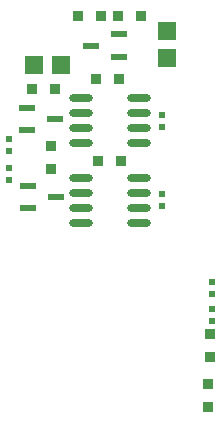
<source format=gbp>
G04 Layer_Color=128*
%FSLAX25Y25*%
%MOIN*%
G70*
G01*
G75*
%ADD25R,0.05709X0.02362*%
%ADD26R,0.03740X0.03347*%
%ADD27R,0.03347X0.03740*%
%ADD28R,0.06000X0.06000*%
%ADD29R,0.06000X0.06000*%
%ADD30O,0.07874X0.02756*%
%ADD31R,0.02362X0.01969*%
D25*
X194258Y179262D02*
D03*
X185006Y183002D02*
D03*
Y175522D02*
D03*
X194033Y205156D02*
D03*
X184781Y208896D02*
D03*
Y201415D02*
D03*
X205980Y229679D02*
D03*
X215232Y225939D02*
D03*
Y233419D02*
D03*
D26*
X192745Y196244D02*
D03*
Y188567D02*
D03*
X245662Y133425D02*
D03*
Y125748D02*
D03*
X244864Y116911D02*
D03*
Y109233D02*
D03*
D27*
X186379Y215210D02*
D03*
X194056D02*
D03*
X209407Y239486D02*
D03*
X201729D02*
D03*
X215158Y239679D02*
D03*
X222835D02*
D03*
X215269Y218546D02*
D03*
X207592D02*
D03*
X215926Y191147D02*
D03*
X208249D02*
D03*
D28*
X187071Y223251D02*
D03*
X196071D02*
D03*
D29*
X231431Y225662D02*
D03*
Y234662D02*
D03*
D30*
X222044Y212099D02*
D03*
Y207099D02*
D03*
Y202099D02*
D03*
Y197099D02*
D03*
X202752Y212099D02*
D03*
Y207099D02*
D03*
Y202099D02*
D03*
Y197099D02*
D03*
X221915Y185561D02*
D03*
Y180561D02*
D03*
Y175561D02*
D03*
Y170561D02*
D03*
X202624Y185561D02*
D03*
Y180561D02*
D03*
Y175561D02*
D03*
Y170561D02*
D03*
D31*
X229726Y206618D02*
D03*
Y202681D02*
D03*
X229513Y180124D02*
D03*
Y176187D02*
D03*
X246185Y141895D02*
D03*
Y137958D02*
D03*
X246194Y150742D02*
D03*
Y146805D02*
D03*
X178612Y198586D02*
D03*
Y194649D02*
D03*
Y188802D02*
D03*
Y184864D02*
D03*
M02*

</source>
